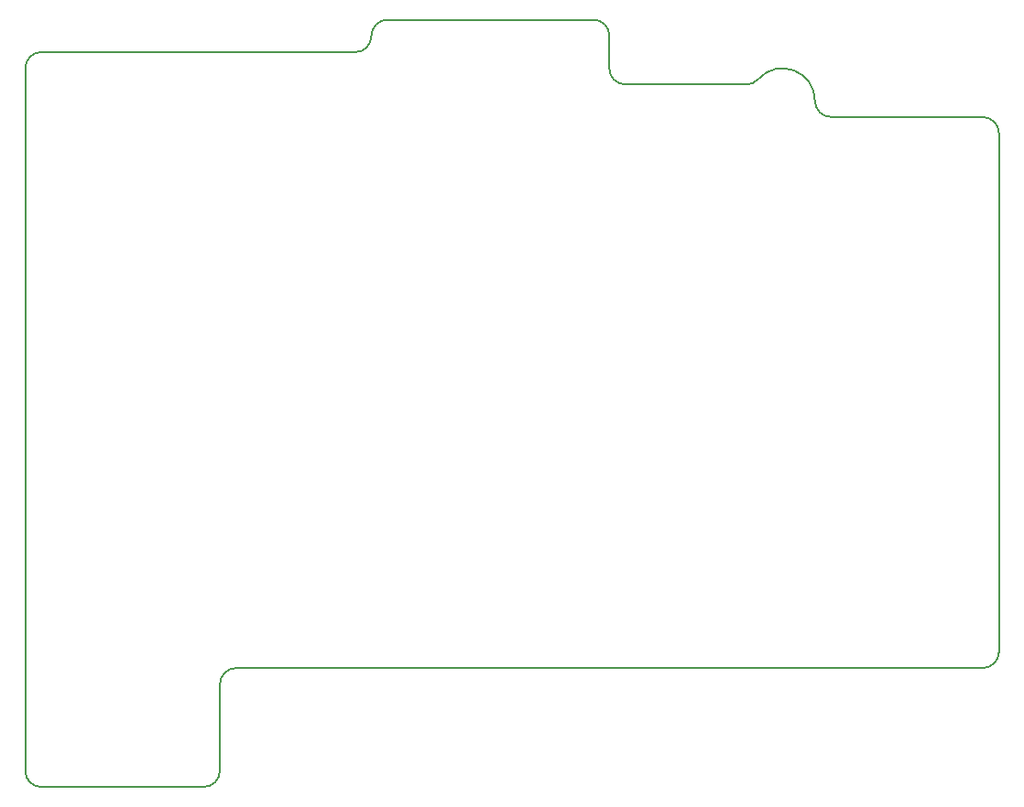
<source format=gbr>
%TF.GenerationSoftware,KiCad,Pcbnew,(7.0.0-0)*%
%TF.CreationDate,2023-02-20T17:01:47+08:00*%
%TF.ProjectId,left,6c656674-2e6b-4696-9361-645f70636258,v1.0.0*%
%TF.SameCoordinates,Original*%
%TF.FileFunction,Profile,NP*%
%FSLAX46Y46*%
G04 Gerber Fmt 4.6, Leading zero omitted, Abs format (unit mm)*
G04 Created by KiCad (PCBNEW (7.0.0-0)) date 2023-02-20 17:01:47*
%MOMM*%
%LPD*%
G01*
G04 APERTURE LIST*
%TA.AperFunction,Profile*%
%ADD10C,0.150000*%
%TD*%
G04 APERTURE END LIST*
D10*
X-5510000Y-8500000D02*
X9510000Y-8500000D01*
X11000000Y-7010000D02*
X11000000Y1010000D01*
X-5510000Y59500000D02*
X23510000Y59500000D01*
X47000000Y57990000D02*
X47000000Y61010000D01*
X45510000Y62500000D02*
X26490000Y62500000D01*
X25000000Y61010000D02*
X25000000Y60990000D01*
X59650373Y56500000D02*
X48490000Y56500000D01*
X12490000Y2500000D02*
X81510000Y2500000D01*
X83000000Y3990000D02*
X83000000Y52010000D01*
X81510000Y53500000D02*
X67489989Y53500000D01*
X65999993Y54993319D02*
G75*
G03*
X60761942Y56997772I-2999993J6681D01*
G01*
X-7000000Y-7010000D02*
X-7000000Y58010000D01*
X9510000Y-8500000D02*
G75*
G03*
X11000000Y-7010000I0J1490000D01*
G01*
X12490000Y2500000D02*
G75*
G03*
X11000000Y1010000I0J-1490000D01*
G01*
X81510000Y2500000D02*
G75*
G03*
X83000000Y3990000I0J1490000D01*
G01*
X83000000Y52010000D02*
G75*
G03*
X81510000Y53500000I-1490000J0D01*
G01*
X65999993Y54993319D02*
G75*
G03*
X67489988Y53500000I1489996J-3319D01*
G01*
X59650373Y56500000D02*
G75*
G03*
X60761942Y56997773I0J1490000D01*
G01*
X47000000Y57990000D02*
G75*
G03*
X48490000Y56500000I1490000J0D01*
G01*
X47000000Y61010000D02*
G75*
G03*
X45510000Y62500000I-1490000J0D01*
G01*
X26490000Y62500000D02*
G75*
G03*
X25000000Y61010000I0J-1490000D01*
G01*
X23510000Y59500000D02*
G75*
G03*
X25000000Y60990000I0J1490000D01*
G01*
X-5510000Y59500000D02*
G75*
G03*
X-7000000Y58010000I0J-1490000D01*
G01*
X-7000000Y-7010000D02*
G75*
G03*
X-5510000Y-8500000I1490000J0D01*
G01*
M02*

</source>
